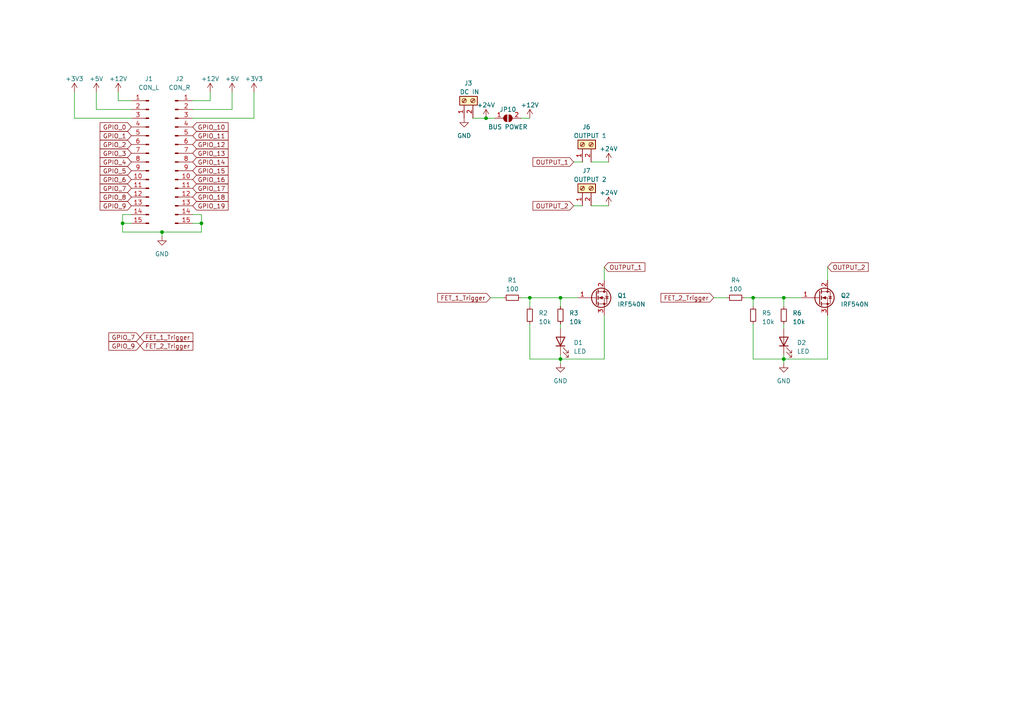
<source format=kicad_sch>
(kicad_sch (version 20230121) (generator eeschema)
  (paper "A4")
  (lib_symbols
    (symbol "Connector:Conn_01x15_Pin" (pin_names (offset 1.016) hide)
      (property "Reference" "J" (at 0 20.32 0))
      (property "Value" "Conn_01x15_Pin" (at 0 -20.32 0))
      (symbol "Conn_01x15_Pin_1_1"
        (polyline (pts (xy 1.27 -17.78) (xy 0.8636 -17.78)) (stroke (width 0.1524)))
        (polyline (pts (xy 1.27 -15.24) (xy 0.8636 -15.24)) (stroke (width 0.1524)))
        (polyline (pts (xy 1.27 -12.7) (xy 0.8636 -12.7)) (stroke (width 0.1524)))
        (polyline (pts (xy 1.27 -10.16) (xy 0.8636 -10.16)) (stroke (width 0.1524)))
        (polyline (pts (xy 1.27 -7.62) (xy 0.8636 -7.62)) (stroke (width 0.1524)))
        (polyline (pts (xy 1.27 -5.08) (xy 0.8636 -5.08)) (stroke (width 0.1524)))
        (polyline (pts (xy 1.27 -2.54) (xy 0.8636 -2.54)) (stroke (width 0.1524)))
        (polyline (pts (xy 1.27 0) (xy 0.8636 0)) (stroke (width 0.1524)))
        (polyline (pts (xy 1.27 2.54) (xy 0.8636 2.54)) (stroke (width 0.1524)))
        (polyline (pts (xy 1.27 5.08) (xy 0.8636 5.08)) (stroke (width 0.1524)))
        (polyline (pts (xy 1.27 7.62) (xy 0.8636 7.62)) (stroke (width 0.1524)))
        (polyline (pts (xy 1.27 10.16) (xy 0.8636 10.16)) (stroke (width 0.1524)))
        (polyline (pts (xy 1.27 12.7) (xy 0.8636 12.7)) (stroke (width 0.1524)))
        (polyline (pts (xy 1.27 15.24) (xy 0.8636 15.24)) (stroke (width 0.1524)))
        (polyline (pts (xy 1.27 17.78) (xy 0.8636 17.78)) (stroke (width 0.1524)))
        (rectangle (start 0.8636 -17.653) (end 0 -17.907) (stroke (width 0.1524)) (fill (type outline)))
        (rectangle (start 0.8636 -15.113) (end 0 -15.367) (stroke (width 0.1524)) (fill (type outline)))
        (rectangle (start 0.8636 -12.573) (end 0 -12.827) (stroke (width 0.1524)) (fill (type outline)))
        (rectangle (start 0.8636 -10.033) (end 0 -10.287) (stroke (width 0.1524)) (fill (type outline)))
        (rectangle (start 0.8636 -7.493) (end 0 -7.747) (stroke (width 0.1524)) (fill (type outline)))
        (rectangle (start 0.8636 -4.953) (end 0 -5.207) (stroke (width 0.1524)) (fill (type outline)))
        (rectangle (start 0.8636 -2.413) (end 0 -2.667) (stroke (width 0.1524)) (fill (type outline)))
        (rectangle (start 0.8636 0.127) (end 0 -0.127) (stroke (width 0.1524)) (fill (type outline)))
        (rectangle (start 0.8636 2.667) (end 0 2.413) (stroke (width 0.1524)) (fill (type outline)))
        (rectangle (start 0.8636 5.207) (end 0 4.953) (stroke (width 0.1524)) (fill (type outline)))
        (rectangle (start 0.8636 7.747) (end 0 7.493) (stroke (width 0.1524)) (fill (type outline)))
        (rectangle (start 0.8636 10.287) (end 0 10.033) (stroke (width 0.1524)) (fill (type outline)))
        (rectangle (start 0.8636 12.827) (end 0 12.573) (stroke (width 0.1524)) (fill (type outline)))
        (rectangle (start 0.8636 15.367) (end 0 15.113) (stroke (width 0.1524)) (fill (type outline)))
        (rectangle (start 0.8636 17.907) (end 0 17.653) (stroke (width 0.1524)) (fill (type outline)))
        (pin passive line (at 5.08 17.78 180) (length 3.81) (name "Pin_1") (number "1"))
        (pin passive line (at 5.08 -5.08 180) (length 3.81) (name "Pin_10") (number "10"))
        (pin passive line (at 5.08 -7.62 180) (length 3.81) (name "Pin_11") (number "11"))
        (pin passive line (at 5.08 -10.16 180) (length 3.81) (name "Pin_12") (number "12"))
        (pin passive line (at 5.08 -12.7 180) (length 3.81) (name "Pin_13") (number "13"))
        (pin passive line (at 5.08 -15.24 180) (length 3.81) (name "Pin_14") (number "14"))
        (pin passive line (at 5.08 -17.78 180) (length 3.81) (name "Pin_15") (number "15"))
        (pin passive line (at 5.08 15.24 180) (length 3.81) (name "Pin_2") (number "2"))
        (pin passive line (at 5.08 12.7 180) (length 3.81) (name "Pin_3") (number "3"))
        (pin passive line (at 5.08 10.16 180) (length 3.81) (name "Pin_4") (number "4"))
        (pin passive line (at 5.08 7.62 180) (length 3.81) (name "Pin_5") (number "5"))
        (pin passive line (at 5.08 5.08 180) (length 3.81) (name "Pin_6") (number "6"))
        (pin passive line (at 5.08 2.54 180) (length 3.81) (name "Pin_7") (number "7"))
        (pin passive line (at 5.08 0 180) (length 3.81) (name "Pin_8") (number "8"))
        (pin passive line (at 5.08 -2.54 180) (length 3.81) (name "Pin_9") (number "9"))
      )
    )
    (symbol "Connector:Screw_Terminal_01x02" (pin_names (offset 1.016) hide)
      (property "Reference" "J" (at 0 2.54 0))
      (property "Value" "Screw_Terminal_01x02" (at 0 -5.08 0))
      (symbol "Screw_Terminal_01x02_1_1"
        (rectangle (start -1.27 1.27) (end 1.27 -3.81) (stroke (width 0.254)) (fill (type background)))
        (circle (center 0 -2.54) (radius 0.635) (stroke (width 0.1524)))
        (polyline (pts (xy -0.5334 -2.2098) (xy 0.3302 -3.048)) (stroke (width 0.1524)))
        (polyline (pts (xy -0.5334 0.3302) (xy 0.3302 -0.508)) (stroke (width 0.1524)))
        (polyline (pts (xy -0.3556 -2.032) (xy 0.508 -2.8702)) (stroke (width 0.1524)))
        (polyline (pts (xy -0.3556 0.508) (xy 0.508 -0.3302)) (stroke (width 0.1524)))
        (circle (center 0 0) (radius 0.635) (stroke (width 0.1524)))
        (pin passive line (at -5.08 0 0) (length 3.81) (name "Pin_1") (number "1"))
        (pin passive line (at -5.08 -2.54 0) (length 3.81) (name "Pin_2") (number "2"))
      )
    )
    (symbol "Device:LED" (pin_numbers hide) (pin_names (offset 1.016) hide)
      (property "Reference" "D" (at 0 2.54 0))
      (property "Value" "LED" (at 0 -2.54 0))
      (symbol "LED_0_1"
        (polyline (pts (xy -1.27 -1.27) (xy -1.27 1.27)) (stroke (width 0.254)))
        (polyline (pts (xy -1.27 0) (xy 1.27 0)))
        (polyline (pts (xy 1.27 -1.27) (xy 1.27 1.27) (xy -1.27 0) (xy 1.27 -1.27)) (stroke (width 0.254)))
        (polyline (pts (xy -3.048 -0.762) (xy -4.572 -2.286) (xy -3.81 -2.286) (xy -4.572 -2.286) (xy -4.572 -1.524)))
        (polyline (pts (xy -1.778 -0.762) (xy -3.302 -2.286) (xy -2.54 -2.286) (xy -3.302 -2.286) (xy -3.302 -1.524)))
      )
      (symbol "LED_1_1"
        (pin passive line (at -3.81 0 0) (length 2.54) (name "K") (number "1"))
        (pin passive line (at 3.81 0 180) (length 2.54) (name "A") (number "2"))
      )
    )
    (symbol "Device:R_Small" (pin_numbers hide) (pin_names (offset 0.254) hide)
      (property "Reference" "R" (at 0.762 0.508 0))
      (property "Value" "R_Small" (at 0.762 -1.016 0))
      (symbol "R_Small_0_1"
        (rectangle (start -0.762 1.778) (end 0.762 -1.778) (stroke (width 0.2032)))
      )
      (symbol "R_Small_1_1"
        (pin passive line (at 0 2.54 270) (length 0.762) (name "~") (number "1"))
        (pin passive line (at 0 -2.54 90) (length 0.762) (name "~") (number "2"))
      )
    )
    (symbol "Jumper:SolderJumper_2_Open" (pin_names (offset 0) hide)
      (property "Reference" "JP" (at 0 2.032 0))
      (property "Value" "SolderJumper_2_Open" (at 0 -2.54 0))
      (symbol "SolderJumper_2_Open_0_1"
        (arc (start -0.254 1.016) (mid -1.2656 0) (end -0.254 -1.016))
        (arc (start -0.254 1.016) (mid -1.2656 0) (end -0.254 -1.016) (fill (type outline)))
        (polyline (pts (xy -0.254 1.016) (xy -0.254 -1.016)))
        (polyline (pts (xy 0.254 1.016) (xy 0.254 -1.016)))
        (arc (start 0.254 -1.016) (mid 1.2656 0) (end 0.254 1.016))
        (arc (start 0.254 -1.016) (mid 1.2656 0) (end 0.254 1.016) (fill (type outline)))
      )
      (symbol "SolderJumper_2_Open_1_1"
        (pin passive line (at -3.81 0 0) (length 2.54) (name "A") (number "1"))
        (pin passive line (at 3.81 0 180) (length 2.54) (name "B") (number "2"))
      )
    )
    (symbol "Transistor_FET:IRF540N" (pin_names hide)
      (property "Reference" "Q" (at 6.35 1.905 0))
      (property "Value" "IRF540N" (at 6.35 0 0))
      (symbol "IRF540N_0_1"
        (polyline (pts (xy 0.254 0) (xy -2.54 0)))
        (polyline (pts (xy 0.254 1.905) (xy 0.254 -1.905)) (stroke (width 0.254)))
        (polyline (pts (xy 0.762 -1.27) (xy 0.762 -2.286)) (stroke (width 0.254)))
        (polyline (pts (xy 0.762 0.508) (xy 0.762 -0.508)) (stroke (width 0.254)))
        (polyline (pts (xy 0.762 2.286) (xy 0.762 1.27)) (stroke (width 0.254)))
        (polyline (pts (xy 2.54 2.54) (xy 2.54 1.778)))
        (polyline (pts (xy 2.54 -2.54) (xy 2.54 0) (xy 0.762 0)))
        (polyline (pts (xy 0.762 -1.778) (xy 3.302 -1.778) (xy 3.302 1.778) (xy 0.762 1.778)))
        (polyline (pts (xy 1.016 0) (xy 2.032 0.381) (xy 2.032 -0.381) (xy 1.016 0)) (fill (type outline)))
        (polyline (pts (xy 2.794 0.508) (xy 2.921 0.381) (xy 3.683 0.381) (xy 3.81 0.254)))
        (polyline (pts (xy 3.302 0.381) (xy 2.921 -0.254) (xy 3.683 -0.254) (xy 3.302 0.381)))
        (circle (center 1.651 0) (radius 2.794) (stroke (width 0.254)))
        (circle (center 2.54 -1.778) (radius 0.254) (fill (type outline)))
        (circle (center 2.54 1.778) (radius 0.254) (fill (type outline)))
      )
      (symbol "IRF540N_1_1"
        (pin input line (at -5.08 0 0) (length 2.54) (name "G") (number "1"))
        (pin passive line (at 2.54 5.08 270) (length 2.54) (name "D") (number "2"))
        (pin passive line (at 2.54 -5.08 90) (length 2.54) (name "S") (number "3"))
      )
    )
    (symbol "power:+12V" (power) (pin_names (offset 0))
      (property "Value" "+12V" (at 0 3.556 0))
      (symbol "+12V_0_1"
        (polyline (pts (xy -0.762 1.27) (xy 0 2.54)))
        (polyline (pts (xy 0 0) (xy 0 2.54)))
        (polyline (pts (xy 0 2.54) (xy 0.762 1.27)))
      )
      (symbol "+12V_1_1"
        (pin power_in line (at 0 0 90) (length 0) hide (name "+12V") (number "1"))
      )
    )
    (symbol "power:+24V" (power) (pin_names (offset 0))
      (property "Value" "+24V" (at 0 3.556 0))
      (symbol "+24V_0_1"
        (polyline (pts (xy -0.762 1.27) (xy 0 2.54)))
        (polyline (pts (xy 0 0) (xy 0 2.54)))
        (polyline (pts (xy 0 2.54) (xy 0.762 1.27)))
      )
      (symbol "+24V_1_1"
        (pin power_in line (at 0 0 90) (length 0) hide (name "+24V") (number "1"))
      )
    )
    (symbol "power:+3V3" (power) (pin_names (offset 0))
      (property "Value" "+3V3" (at 0 3.556 0))
      (symbol "+3V3_0_1"
        (polyline (pts (xy -0.762 1.27) (xy 0 2.54)))
        (polyline (pts (xy 0 0) (xy 0 2.54)))
        (polyline (pts (xy 0 2.54) (xy 0.762 1.27)))
      )
      (symbol "+3V3_1_1"
        (pin power_in line (at 0 0 90) (length 0) hide (name "+3V3") (number "1"))
      )
    )
    (symbol "power:+5V" (power) (pin_names (offset 0))
      (property "Value" "+5V" (at 0 3.556 0))
      (symbol "+5V_0_1"
        (polyline (pts (xy -0.762 1.27) (xy 0 2.54)))
        (polyline (pts (xy 0 0) (xy 0 2.54)))
        (polyline (pts (xy 0 2.54) (xy 0.762 1.27)))
      )
      (symbol "+5V_1_1"
        (pin power_in line (at 0 0 90) (length 0) hide (name "+5V") (number "1"))
      )
    )
    (symbol "power:GND" (power) (pin_names (offset 0))
      (property "Value" "GND" (at 0 -3.81 0))
      (symbol "GND_0_1"
        (polyline (pts (xy 0 0) (xy 0 -1.27) (xy 1.27 -1.27) (xy 0 -2.54) (xy -1.27 -1.27) (xy 0 -1.27)))
      )
      (symbol "GND_1_1"
        (pin power_in line (at 0 0 270) (length 0) hide (name "GND") (number "1"))
      )
    )
  )
  (junction (at 162.56 104.14))
  (junction (at 35.56 64.77))
  (junction (at 140.97 34.29))
  (junction (at 58.42 64.77))
  (junction (at 227.33 104.14))
  (junction (at 227.33 86.36))
  (junction (at 218.44 86.36))
  (junction (at 46.99 67.31))
  (junction (at 162.56 86.36))
  (junction (at 153.67 86.36))
  (wire (pts (xy 55.88 31.75) (xy 67.31 31.75)))
  (wire (pts (xy 34.29 29.21) (xy 34.29 26.67)))
  (wire (pts (xy 215.9 86.36) (xy 218.44 86.36)))
  (wire (pts (xy 171.45 46.99) (xy 176.53 46.99)))
  (wire (pts (xy 35.56 67.31) (xy 35.56 64.77)))
  (wire (pts (xy 58.42 67.31) (xy 58.42 64.77)))
  (wire (pts (xy 166.37 59.69) (xy 168.91 59.69)))
  (wire (pts (xy 153.67 104.14) (xy 162.56 104.14)))
  (wire (pts (xy 218.44 86.36) (xy 218.44 88.9)))
  (wire (pts (xy 137.16 34.29) (xy 140.97 34.29)))
  (wire (pts (xy 153.67 93.98) (xy 153.67 104.14)))
  (wire (pts (xy 67.31 31.75) (xy 67.31 26.67)))
  (wire (pts (xy 153.67 86.36) (xy 153.67 88.9)))
  (wire (pts (xy 240.03 91.44) (xy 240.03 104.14)))
  (wire (pts (xy 58.42 62.23) (xy 58.42 64.77)))
  (wire (pts (xy 175.26 77.47) (xy 175.26 81.28)))
  (wire (pts (xy 140.97 34.29) (xy 143.51 34.29)))
  (wire (pts (xy 151.13 86.36) (xy 153.67 86.36)))
  (wire (pts (xy 240.03 77.47) (xy 240.03 81.28)))
  (wire (pts (xy 207.01 86.36) (xy 210.82 86.36)))
  (wire (pts (xy 162.56 102.87) (xy 162.56 104.14)))
  (wire (pts (xy 240.03 104.14) (xy 227.33 104.14)))
  (wire (pts (xy 73.66 26.67) (xy 73.66 34.29)))
  (wire (pts (xy 55.88 64.77) (xy 58.42 64.77)))
  (wire (pts (xy 218.44 93.98) (xy 218.44 104.14)))
  (wire (pts (xy 175.26 104.14) (xy 162.56 104.14)))
  (wire (pts (xy 227.33 104.14) (xy 227.33 105.41)))
  (wire (pts (xy 38.1 29.21) (xy 34.29 29.21)))
  (wire (pts (xy 227.33 86.36) (xy 232.41 86.36)))
  (wire (pts (xy 38.1 31.75) (xy 27.94 31.75)))
  (wire (pts (xy 27.94 31.75) (xy 27.94 26.67)))
  (wire (pts (xy 38.1 62.23) (xy 35.56 62.23)))
  (wire (pts (xy 55.88 34.29) (xy 73.66 34.29)))
  (wire (pts (xy 35.56 62.23) (xy 35.56 64.77)))
  (wire (pts (xy 142.24 86.36) (xy 146.05 86.36)))
  (wire (pts (xy 166.37 46.99) (xy 168.91 46.99)))
  (wire (pts (xy 21.59 34.29) (xy 21.59 26.67)))
  (wire (pts (xy 227.33 102.87) (xy 227.33 104.14)))
  (wire (pts (xy 46.99 67.31) (xy 35.56 67.31)))
  (wire (pts (xy 162.56 88.9) (xy 162.56 86.36)))
  (wire (pts (xy 38.1 64.77) (xy 35.56 64.77)))
  (wire (pts (xy 175.26 91.44) (xy 175.26 104.14)))
  (wire (pts (xy 55.88 62.23) (xy 58.42 62.23)))
  (wire (pts (xy 151.13 34.29) (xy 153.67 34.29)))
  (wire (pts (xy 60.96 29.21) (xy 60.96 26.67)))
  (wire (pts (xy 218.44 104.14) (xy 227.33 104.14)))
  (wire (pts (xy 227.33 88.9) (xy 227.33 86.36)))
  (wire (pts (xy 55.88 29.21) (xy 60.96 29.21)))
  (wire (pts (xy 153.67 86.36) (xy 162.56 86.36)))
  (wire (pts (xy 46.99 68.58) (xy 46.99 67.31)))
  (wire (pts (xy 162.56 86.36) (xy 167.64 86.36)))
  (wire (pts (xy 218.44 86.36) (xy 227.33 86.36)))
  (wire (pts (xy 171.45 59.69) (xy 176.53 59.69)))
  (wire (pts (xy 162.56 104.14) (xy 162.56 105.41)))
  (wire (pts (xy 227.33 93.98) (xy 227.33 95.25)))
  (wire (pts (xy 162.56 93.98) (xy 162.56 95.25)))
  (wire (pts (xy 38.1 34.29) (xy 21.59 34.29)))
  (wire (pts (xy 46.99 67.31) (xy 58.42 67.31)))
  (global_label "OUTPUT_1" (shape input) (at 175.26 77.47 0) (property "Intersheetrefs" "${INTERSHEET_REFS}" (effects hide)))
  (global_label "FET_1_Trigger" (shape input) (at 142.24 86.36 180) (property "Intersheetrefs" "${INTERSHEET_REFS}" (effects hide)))
  (global_label "GPIO_7" (shape input) (at 38.1 54.61 180) (property "Intersheetrefs" "${INTERSHEET_REFS}" (effects hide)))
  (global_label "GPIO_16" (shape input) (at 55.88 52.07 0) (property "Intersheetrefs" "${INTERSHEET_REFS}" (effects hide)))
  (global_label "GPIO_11" (shape input) (at 55.88 39.37 0) (property "Intersheetrefs" "${INTERSHEET_REFS}" (effects hide)))
  (global_label "GPIO_9" (shape input) (at 38.1 59.69 180) (property "Intersheetrefs" "${INTERSHEET_REFS}" (effects hide)))
  (global_label "GPIO_19" (shape input) (at 55.88 59.69 0) (property "Intersheetrefs" "${INTERSHEET_REFS}" (effects hide)))
  (global_label "FET_1_Trigger" (shape input) (at 40.64 97.79 0) (property "Intersheetrefs" "${INTERSHEET_REFS}" (effects hide)))
  (global_label "GPIO_6" (shape input) (at 38.1 52.07 180) (property "Intersheetrefs" "${INTERSHEET_REFS}" (effects hide)))
  (global_label "OUTPUT_2" (shape input) (at 166.37 59.69 180) (property "Intersheetrefs" "${INTERSHEET_REFS}" (effects hide)))
  (global_label "GPIO_9" (shape input) (at 40.64 100.33 180) (property "Intersheetrefs" "${INTERSHEET_REFS}" (effects hide)))
  (global_label "GPIO_4" (shape input) (at 38.1 46.99 180) (property "Intersheetrefs" "${INTERSHEET_REFS}" (effects hide)))
  (global_label "GPIO_1" (shape input) (at 38.1 39.37 180) (property "Intersheetrefs" "${INTERSHEET_REFS}" (effects hide)))
  (global_label "GPIO_12" (shape input) (at 55.88 41.91 0) (property "Intersheetrefs" "${INTERSHEET_REFS}" (effects hide)))
  (global_label "FET_2_Trigger" (shape input) (at 207.01 86.36 180) (property "Intersheetrefs" "${INTERSHEET_REFS}" (effects hide)))
  (global_label "GPIO_15" (shape input) (at 55.88 49.53 0) (property "Intersheetrefs" "${INTERSHEET_REFS}" (effects hide)))
  (global_label "GPIO_13" (shape input) (at 55.88 44.45 0) (property "Intersheetrefs" "${INTERSHEET_REFS}" (effects hide)))
  (global_label "GPIO_10" (shape input) (at 55.88 36.83 0) (property "Intersheetrefs" "${INTERSHEET_REFS}" (effects hide)))
  (global_label "GPIO_0" (shape input) (at 38.1 36.83 180) (property "Intersheetrefs" "${INTERSHEET_REFS}" (effects hide)))
  (global_label "GPIO_18" (shape input) (at 55.88 57.15 0) (property "Intersheetrefs" "${INTERSHEET_REFS}" (effects hide)))
  (global_label "OUTPUT_1" (shape input) (at 166.37 46.99 180) (property "Intersheetrefs" "${INTERSHEET_REFS}" (effects hide)))
  (global_label "FET_2_Trigger" (shape input) (at 40.64 100.33 0) (property "Intersheetrefs" "${INTERSHEET_REFS}" (effects hide)))
  (global_label "GPIO_5" (shape input) (at 38.1 49.53 180) (property "Intersheetrefs" "${INTERSHEET_REFS}" (effects hide)))
  (global_label "GPIO_17" (shape input) (at 55.88 54.61 0) (property "Intersheetrefs" "${INTERSHEET_REFS}" (effects hide)))
  (global_label "GPIO_8" (shape input) (at 38.1 57.15 180) (property "Intersheetrefs" "${INTERSHEET_REFS}" (effects hide)))
  (global_label "GPIO_2" (shape input) (at 38.1 41.91 180) (property "Intersheetrefs" "${INTERSHEET_REFS}" (effects hide)))
  (global_label "GPIO_3" (shape input) (at 38.1 44.45 180) (property "Intersheetrefs" "${INTERSHEET_REFS}" (effects hide)))
  (global_label "GPIO_7" (shape input) (at 40.64 97.79 180) (property "Intersheetrefs" "${INTERSHEET_REFS}" (effects hide)))
  (global_label "OUTPUT_2" (shape input) (at 240.03 77.47 0) (property "Intersheetrefs" "${INTERSHEET_REFS}" (effects hide)))
  (global_label "GPIO_14" (shape input) (at 55.88 46.99 0) (property "Intersheetrefs" "${INTERSHEET_REFS}" (effects hide)))
  (symbol (lib_id "power:+24V") (at 176.53 59.69 0) (unit 1)
    (property "Reference" "#PWR08" (effects hide))
    (property "Value" "+24V" (at 176.53 55.88 0))
  )
  (symbol (lib_id "Connector:Screw_Terminal_01x02") (at 168.91 41.91 90) (unit 1)
    (property "Reference" "J6" (at 168.91 36.83 90) (effects (justify right)))
    (property "Value" "OUTPUT 1" (at 166.37 39.37 90) (effects (justify right)))
    (property "Footprint" "RaceTrackr_Footprints:BarrelJack_GCT_DCJ200-10-A_Horizontal" (effects hide))
  )
  (symbol (lib_id "power:+24V") (at 140.97 34.29 0) (unit 1)
    (property "Reference" "#PWR012" (effects hide))
    (property "Value" "+24V" (at 140.97 30.48 0))
  )
  (symbol (lib_id "power:GND") (at 162.56 105.41 0) (unit 1)
    (property "Reference" "#PWR010" (effects hide))
    (property "Value" "GND" (at 162.56 110.49 0))
  )
  (symbol (lib_id "Device:R_Small") (at 218.44 91.44 180) (unit 1)
    (property "Reference" "R5" (at 220.98 90.805 0) (effects (justify right)))
    (property "Value" "10k" (at 220.98 93.345 0) (effects (justify right)))
    (property "Footprint" "Resistor_SMD:R_1206_3216Metric_Pad1.30x1.75mm_HandSolder" (effects hide))
  )
  (symbol (lib_id "Device:R_Small") (at 148.59 86.36 90) (unit 1)
    (property "Reference" "R1" (at 148.59 81.28 90))
    (property "Value" "100" (at 148.59 83.82 90))
    (property "Footprint" "Resistor_SMD:R_1206_3216Metric_Pad1.30x1.75mm_HandSolder" (effects hide))
  )
  (symbol (lib_id "power:GND") (at 227.33 105.41 0) (unit 1)
    (property "Reference" "#PWR09" (effects hide))
    (property "Value" "GND" (at 227.33 110.49 0))
  )
  (symbol (lib_id "power:+12V") (at 60.96 26.67 0) (mirror y) (unit 1)
    (property "Reference" "#PWR05" (effects hide))
    (property "Value" "+12V" (at 60.96 22.86 0))
  )
  (symbol (lib_id "Device:LED") (at 227.33 99.06 90) (unit 1) (in_bom no)
    (property "Reference" "D2" (at 231.14 99.3774 90) (effects (justify right)))
    (property "Value" "LED" (at 231.14 101.9174 90) (effects (justify right)))
    (property "Footprint" "LED_SMD:LED_1206_3216Metric_Pad1.42x1.75mm_HandSolder" (effects hide))
    (property "LCSC" "C84256" (effects hide))
  )
  (symbol (lib_id "Transistor_FET:IRF540N") (at 172.72 86.36 0) (unit 1)
    (property "Reference" "Q1" (at 179.07 85.725 0) (effects (justify left)))
    (property "Value" "IRF540N" (at 179.07 88.265 0) (effects (justify left)))
    (property "Footprint" "Package_TO_SOT_SMD:TO-252-2" (effects hide))
    (property "Datasheet" "http://www.irf.com/product-info/datasheets/data/irf540n.pdf" (effects hide))
  )
  (symbol (lib_id "Device:R_Small") (at 227.33 91.44 180) (unit 1)
    (property "Reference" "R6" (at 229.87 90.805 0) (effects (justify right)))
    (property "Value" "10k" (at 229.87 93.345 0) (effects (justify right)))
    (property "Footprint" "Resistor_SMD:R_1206_3216Metric_Pad1.30x1.75mm_HandSolder" (effects hide))
  )
  (symbol (lib_id "Connector:Conn_01x15_Pin") (at 43.18 46.99 0) (mirror y) (unit 1)
    (property "Reference" "J1" (at 43.18 22.86 0))
    (property "Value" "CON_L" (at 43.18 25.4 0))
    (property "Footprint" "Connector_PinSocket_2.54mm:PinSocket_1x15_P2.54mm_Vertical" (effects hide))
  )
  (symbol (lib_id "Device:LED") (at 162.56 99.06 90) (unit 1) (in_bom no)
    (property "Reference" "D1" (at 166.37 99.3774 90) (effects (justify right)))
    (property "Value" "LED" (at 166.37 101.9174 90) (effects (justify right)))
    (property "Footprint" "LED_SMD:LED_1206_3216Metric_Pad1.42x1.75mm_HandSolder" (effects hide))
    (property "LCSC" "C84256" (effects hide))
  )
  (symbol (lib_id "power:+3V3") (at 73.66 26.67 0) (mirror y) (unit 1)
    (property "Reference" "#PWR07" (effects hide))
    (property "Value" "+3V3" (at 73.66 22.86 0))
  )
  (symbol (lib_id "power:+12V") (at 34.29 26.67 0) (unit 1)
    (property "Reference" "#PWR03" (effects hide))
    (property "Value" "+12V" (at 34.29 22.86 0))
  )
  (symbol (lib_id "Jumper:SolderJumper_2_Open") (at 147.32 34.29 0) (unit 1)
    (property "Reference" "JP10" (at 147.32 31.75 0))
    (property "Value" "BUS POWER" (at 147.32 36.83 0))
    (property "Footprint" "Jumper:SolderJumper-2_P1.3mm_Open_TrianglePad1.0x1.5mm" (effects hide))
  )
  (symbol (lib_id "power:GND") (at 46.99 68.58 0) (unit 1)
    (property "Reference" "#PWR04" (effects hide))
    (property "Value" "GND" (at 46.99 73.66 0))
  )
  (symbol (lib_id "power:+24V") (at 176.53 46.99 0) (unit 1)
    (property "Reference" "#PWR013" (effects hide))
    (property "Value" "+24V" (at 176.53 43.18 0))
  )
  (symbol (lib_id "Connector:Screw_Terminal_01x02") (at 168.91 54.61 90) (unit 1)
    (property "Reference" "J7" (at 168.91 49.53 90) (effects (justify right)))
    (property "Value" "OUTPUT 2" (at 166.37 52.07 90) (effects (justify right)))
    (property "Footprint" "RaceTrackr_Footprints:BarrelJack_GCT_DCJ200-10-A_Horizontal" (effects hide))
  )
  (symbol (lib_id "power:+12V") (at 153.67 34.29 0) (unit 1)
    (property "Reference" "#PWR014" (effects hide))
    (property "Value" "+12V" (at 153.67 30.48 0))
  )
  (symbol (lib_id "Transistor_FET:IRF540N") (at 237.49 86.36 0) (unit 1)
    (property "Reference" "Q2" (at 243.84 85.725 0) (effects (justify left)))
    (property "Value" "IRF540N" (at 243.84 88.265 0) (effects (justify left)))
    (property "Footprint" "Package_TO_SOT_SMD:TO-252-2" (effects hide))
    (property "Datasheet" "http://www.irf.com/product-info/datasheets/data/irf540n.pdf" (effects hide))
  )
  (symbol (lib_id "Device:R_Small") (at 213.36 86.36 90) (unit 1)
    (property "Reference" "R4" (at 213.36 81.28 90))
    (property "Value" "100" (at 213.36 83.82 90))
    (property "Footprint" "Resistor_SMD:R_1206_3216Metric_Pad1.30x1.75mm_HandSolder" (effects hide))
  )
  (symbol (lib_id "Device:R_Small") (at 162.56 91.44 180) (unit 1)
    (property "Reference" "R3" (at 165.1 90.805 0) (effects (justify right)))
    (property "Value" "10k" (at 165.1 93.345 0) (effects (justify right)))
    (property "Footprint" "Resistor_SMD:R_1206_3216Metric_Pad1.30x1.75mm_HandSolder" (effects hide))
  )
  (symbol (lib_id "Connector:Screw_Terminal_01x02") (at 134.62 29.21 90) (unit 1)
    (property "Reference" "J3" (at 134.62 24.13 90) (effects (justify right)))
    (property "Value" "DC IN" (at 133.35 26.67 90) (effects (justify right)))
    (property "Footprint" "TerminalBlock:TerminalBlock_bornier-2_P5.08mm" (effects hide))
  )
  (symbol (lib_id "power:GND") (at 134.62 34.29 0) (unit 1)
    (property "Reference" "#PWR011" (effects hide))
    (property "Value" "GND" (at 134.62 39.37 0))
  )
  (symbol (lib_id "Device:R_Small") (at 153.67 91.44 180) (unit 1)
    (property "Reference" "R2" (at 156.21 90.805 0) (effects (justify right)))
    (property "Value" "10k" (at 156.21 93.345 0) (effects (justify right)))
    (property "Footprint" "Resistor_SMD:R_1206_3216Metric_Pad1.30x1.75mm_HandSolder" (effects hide))
  )
  (symbol (lib_id "power:+3V3") (at 21.59 26.67 0) (unit 1)
    (property "Reference" "#PWR01" (effects hide))
    (property "Value" "+3V3" (at 21.59 22.86 0))
  )
  (symbol (lib_id "Connector:Conn_01x15_Pin") (at 50.8 46.99 0) (unit 1)
    (property "Reference" "J2" (at 52.07 22.86 0))
    (property "Value" "CON_R" (at 52.07 25.4 0))
    (property "Footprint" "Connector_PinSocket_2.54mm:PinSocket_1x15_P2.54mm_Vertical" (effects hide))
  )
  (symbol (lib_id "power:+5V") (at 27.94 26.67 0) (mirror y) (unit 1)
    (property "Reference" "#PWR02" (effects hide))
    (property "Value" "+5V" (at 27.94 22.86 0))
  )
  (symbol (lib_id "power:+5V") (at 67.31 26.67 0) (unit 1)
    (property "Reference" "#PWR06" (effects hide))
    (property "Value" "+5V" (at 67.31 22.86 0))
  )
)
</source>
